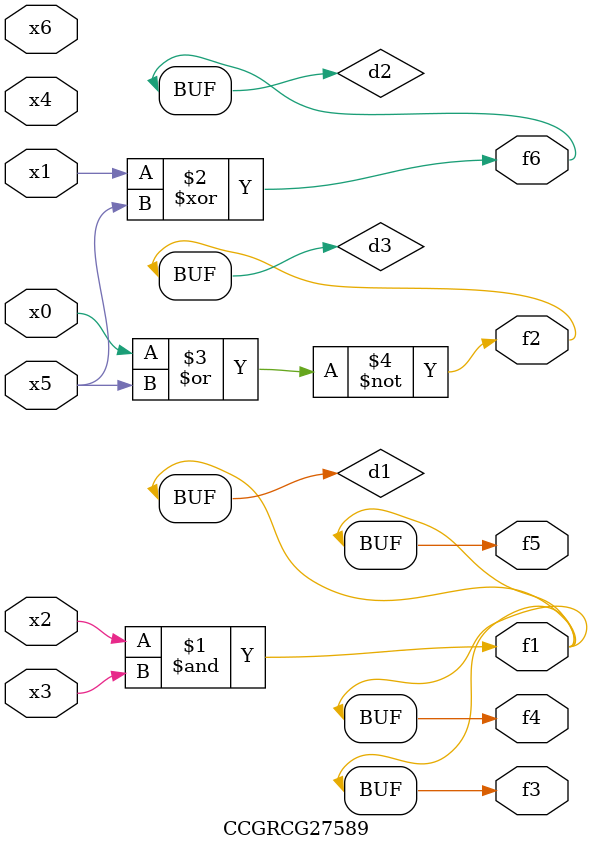
<source format=v>
module CCGRCG27589(
	input x0, x1, x2, x3, x4, x5, x6,
	output f1, f2, f3, f4, f5, f6
);

	wire d1, d2, d3;

	and (d1, x2, x3);
	xor (d2, x1, x5);
	nor (d3, x0, x5);
	assign f1 = d1;
	assign f2 = d3;
	assign f3 = d1;
	assign f4 = d1;
	assign f5 = d1;
	assign f6 = d2;
endmodule

</source>
